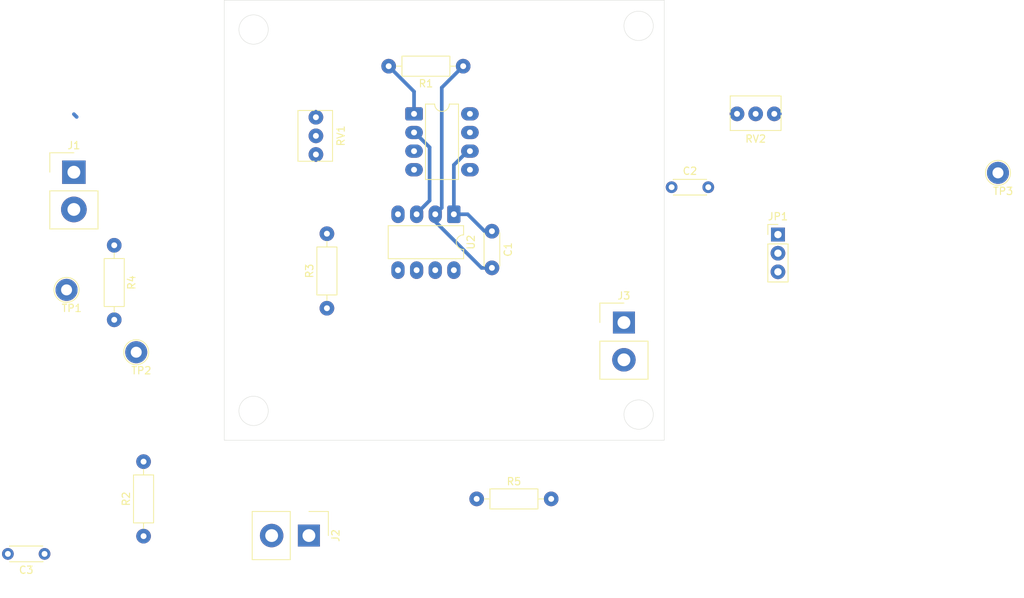
<source format=kicad_pcb>
(kicad_pcb (version 20241229) (generator "pcbnew") (generator_version "9.0")
  (layers (0 "F.Cu" signal) (2 "B.Cu" signal) (13 "F.Paste" user) (15 "B.Paste" user) (5 "F.SilkS" user "F.Silkscreen") (7 "B.SilkS" user "B.Silkscreen") (1 "F.Mask" user) (3 "B.Mask" user) (25 "Edge.Cuts" user))
  (net 0 "")
  (net 1 "Net-(U1B--)")
  (net 2 "GND")
  (net 3 "Net-(R1-Pad2)")
  (net 4 "Net-(U2A--)")
  (net 5 "Vin")
  (net 6 "Net-(U1A-+)")
  (net 7 "Vout")
  (net 8 "Offset")
  (net 9 "DCycle")
  (net 10 "Net-(U2B--)")
  (net 11 "Net-(JP1-C)")
  (net 12 "ExtDCycle")
  (footprint "Connector_Samtec_HPM_THT:Samtec_HPM-02-01-x-S_Straight_1x02_Pitch5.08mm" (layer "F.Cu") (at 61.545 123 -90)
    (property "Reference" "J2" (at 0 -3.65 90) (layer "F.SilkS"))
    (property "Value" "Screw_Terminal_01x02")
    (fp_line (start -3.285 7.73) (end 3.285 7.73) (stroke (width 0.12)) (layer "F.SilkS"))
    (fp_line (start -3.285 2.54) (end -3.285 7.73) (stroke (width 0.12)) (layer "F.SilkS"))
    (fp_line (start -3.285 2.54) (end 3.285 2.54) (stroke (width 0.12)) (layer "F.SilkS"))
    (fp_line (start 3.285 2.54) (end 3.285 7.73) (stroke (width 0.12)) (layer "F.SilkS"))
    (fp_line (start -3.285 0) (end -3.285 -2.65) (stroke (width 0.12)) (layer "F.SilkS"))
    (fp_line (start -3.285 -2.65) (end 0 -2.65) (stroke (width 0.12)) (layer "F.SilkS"))
    (pad "1" thru_hole rect (at 0 0 270) (size 3 3) (drill 1.75) (layers "*.Cu" "*.Mask") (net 7 "Vout"))
    (pad "2" thru_hole circle (at 0 5.08 270) (size 3.2 3.2) (drill 1.75) (layers "*.Cu" "*.Mask") (net 2 "GND"))
  )
  (footprint "Potentiometer_THT:Potentiometer_Bourns_3266Y_Vertical" (layer "F.Cu") (at 62.5 71.04 -90)
    (property "Reference" "RV1" (at -2.54 -3.41 90) (layer "F.SilkS"))
    (property "Value" "R_Potentiometer")
    (fp_line (start -6.005 2.45) (end -6.005 0.217) (stroke (width 0.12)) (layer "F.SilkS"))
    (fp_line (start 0.925 2.45) (end -6.005 2.45) (stroke (width 0.12)) (layer "F.SilkS"))
    (fp_line (start 0.925 0.217) (end 0.925 2.45) (stroke (width 0.12)) (layer "F.SilkS"))
    (fp_line (start -6.005 -0.217) (end -6.005 -2.27) (stroke (width 0.12)) (layer "F.SilkS"))
    (fp_line (start -6.005 -2.27) (end 0.925 -2.27) (stroke (width 0.12)) (layer "F.SilkS"))
    (fp_line (start 0.925 -2.27) (end 0.925 -0.217) (stroke (width 0.12)) (layer "F.SilkS"))
    (pad "1" thru_hole circle (at 0 0 270) (size 2 2) (drill 0.8) (layers "*.Cu" "*.Mask") (net 5 "Vin"))
    (pad "2" thru_hole circle (at -2.54 0 270) (size 2 2) (drill 0.8) (layers "*.Cu" "*.Mask") (net 8 "Offset"))
    (pad "3" thru_hole circle (at -5.08 0 270) (size 2 2) (drill 0.8) (layers "*.Cu" "*.Mask") (net 2 "GND"))
  )
  (footprint "TestPoint:TestPoint_Loop_D2.54mm_Drill1.5mm_Beaded" (layer "F.Cu") (at 155.5 73.545)
    (property "Reference" "TP3" (at 0.7 2.5 0) (layer "F.SilkS"))
    (property "Value" "TestPoint")
    (fp_circle (center 0 0) (end 1.7 0) (stroke (width 0.12)) (fill no) (layer "F.SilkS"))
    (pad "1" thru_hole circle (at 0 0) (size 3 3) (drill 1.5) (layers "*.Cu" "*.Mask") (net 1 "Net-(U1B--)"))
  )
  (footprint "Connector_PinHeader_2.54mm:PinHeader_1x03_P2.54mm_Vertical" (layer "F.Cu") (at 125.5 81.96)
    (property "Reference" "JP1" (at 0 -2.46 0) (layer "F.SilkS"))
    (property "Value" "Jumper_3_Bridged12")
    (fp_line (start -1.38 -1.38) (end 0 -1.38) (stroke (width 0.12)) (layer "F.SilkS"))
    (fp_line (start -1.38 0) (end -1.38 -1.38) (stroke (width 0.12)) (layer "F.SilkS"))
    (fp_line (start -1.38 1.27) (end -1.38 6.46) (stroke (width 0.12)) (layer "F.SilkS"))
    (fp_line (start -1.38 1.27) (end 1.38 1.27) (stroke (width 0.12)) (layer "F.SilkS"))
    (fp_line (start -1.38 6.46) (end 1.38 6.46) (stroke (width 0.12)) (layer "F.SilkS"))
    (fp_line (start 1.38 1.27) (end 1.38 6.46) (stroke (width 0.12)) (layer "F.SilkS"))
    (pad "1" thru_hole rect (at 0 0) (size 1.9 1.9) (drill 1) (layers "*.Cu" "*.Mask") (net 9 "DCycle"))
    (pad "2" thru_hole circle (at 0 2.54) (size 2 2) (drill 1) (layers "*.Cu" "*.Mask") (net 11 "Net-(JP1-C)"))
    (pad "3" thru_hole circle (at 0 5.08) (size 2 2) (drill 1) (layers "*.Cu" "*.Mask") (net 12 "ExtDCycle"))
  )
  (footprint "Resistor_THT:R_Axial_DIN0207_L6.3mm_D2.5mm_P10.16mm_Horizontal" (layer "F.Cu") (at 64 92 90)
    (property "Reference" "R3" (at 5.08 -2.37 90) (layer "F.SilkS"))
    (property "Value" "25k")
    (fp_line (start 9.12 0) (end 8.35 0) (stroke (width 0.12)) (layer "F.SilkS"))
    (fp_line (start 1.04 0) (end 1.81 0) (stroke (width 0.12)) (layer "F.SilkS"))
    (fp_rect (start 1.81 -1.37) (end 8.35 1.37) (stroke (width 0.12)) (fill no) (layer "F.SilkS"))
    (pad "1" thru_hole circle (at 0 0 90) (size 2 2) (drill 0.8) (layers "*.Cu" "*.Mask") (net 6 "Net-(U1A-+)"))
    (pad "2" thru_hole circle (at 10.16 0 90) (size 2 2) (drill 0.8) (layers "*.Cu" "*.Mask") (net 1 "Net-(U1B--)"))
  )
  (footprint "TestPoint:TestPoint_Loop_D2.54mm_Drill1.5mm_Beaded" (layer "F.Cu") (at 38 98)
    (property "Reference" "TP2" (at 0.7 2.5 0) (layer "F.SilkS"))
    (property "Value" "TestPoint")
    (fp_circle (center 0 0) (end 1.7 0) (stroke (width 0.12)) (fill no) (layer "F.SilkS"))
    (pad "1" thru_hole circle (at 0 0) (size 3 3) (drill 1.5) (layers "*.Cu" "*.Mask") (net 2 "GND"))
  )
  (footprint "Resistor_THT:R_Axial_DIN0207_L6.3mm_D2.5mm_P10.16mm_Horizontal" (layer "F.Cu") (at 35 83.42 -90)
    (property "Reference" "R4" (at 5.08 -2.37 90) (layer "F.SilkS"))
    (property "Value" "100k")
    (fp_line (start 1.04 0) (end 1.81 0) (stroke (width 0.12)) (layer "F.SilkS"))
    (fp_line (start 9.12 0) (end 8.35 0) (stroke (width 0.12)) (layer "F.SilkS"))
    (fp_rect (start 1.81 -1.37) (end 8.35 1.37) (stroke (width 0.12)) (fill no) (layer "F.SilkS"))
    (pad "1" thru_hole circle (at 0 0 270) (size 2 2) (drill 0.8) (layers "*.Cu" "*.Mask") (net 3 "Net-(R1-Pad2)"))
    (pad "2" thru_hole circle (at 10.16 0 270) (size 2 2) (drill 0.8) (layers "*.Cu" "*.Mask") (net 6 "Net-(U1A-+)"))
  )
  (footprint "Package_DIP:DIP-8_W7.62mm_LongPads" (layer "F.Cu") (at 75.88 65.5)
    (property "Reference" "U1" (hide yes))
    (property "Value" "LM393")
    (fp_line (start 1.56 -1.33) (end 1.56 8.95) (stroke (width 0.12)) (layer "F.SilkS"))
    (fp_line (start 1.56 8.95) (end 6.06 8.95) (stroke (width 0.12)) (layer "F.SilkS"))
    (fp_line (start 2.81 -1.33) (end 1.56 -1.33) (stroke (width 0.12)) (layer "F.SilkS"))
    (fp_line (start 6.06 -1.33) (end 4.81 -1.33) (stroke (width 0.12)) (layer "F.SilkS"))
    (fp_line (start 6.06 8.95) (end 6.06 -1.33) (stroke (width 0.12)) (layer "F.SilkS"))
    (fp_arc (start 4.81 -1.33) (mid 3.81 -0.33) (end 2.81 -1.33) (stroke (width 0.12)) (layer "F.SilkS"))
    (pad "1" thru_hole roundrect (at 0 0) (size 2.4 1.8) (drill 0.8) (layers "*.Cu" "*.Mask") (roundrect_rratio 0.15625) (net 3 "Net-(R1-Pad2)"))
    (pad "2" thru_hole oval (at 0 2.54) (size 2.4 1.8) (drill 0.8) (layers "*.Cu" "*.Mask") (net 8 "Offset"))
    (pad "3" thru_hole oval (at 0 5.08) (size 2.4 1.8) (drill 0.8) (layers "*.Cu" "*.Mask") (net 6 "Net-(U1A-+)"))
    (pad "4" thru_hole oval (at 0 7.62) (size 2.4 1.8) (drill 0.8) (layers "*.Cu" "*.Mask") (net 5 "Vin"))
    (pad "5" thru_hole oval (at 7.62 7.62) (size 2.4 1.8) (drill 0.8) (layers "*.Cu" "*.Mask") (net 11 "Net-(JP1-C)"))
    (pad "6" thru_hole oval (at 7.62 5.08) (size 2.4 1.8) (drill 0.8) (layers "*.Cu" "*.Mask") (net 1 "Net-(U1B--)"))
    (pad "7" thru_hole oval (at 7.62 2.54) (size 2.4 1.8) (drill 0.8) (layers "*.Cu" "*.Mask") (net 7 "Vout"))
    (pad "8" thru_hole oval (at 7.62 0) (size 2.4 1.8) (drill 0.8) (layers "*.Cu" "*.Mask") (net 2 "GND"))
  )
  (footprint "Package_DIP:DIP-8_W7.62mm_LongPads" (layer "F.Cu") (at 81.31 79.19 -90)
    (property "Reference" "U2" (at 3.81 -2.33 90) (layer "F.SilkS"))
    (property "Value" "TL072" (hide yes))
    (fp_line (start 1.56 8.95) (end 6.06 8.95) (stroke (width 0.12)) (layer "F.SilkS"))
    (fp_line (start 6.06 8.95) (end 6.06 -1.33) (stroke (width 0.12)) (layer "F.SilkS"))
    (fp_line (start 1.56 -1.33) (end 1.56 8.95) (stroke (width 0.12)) (layer "F.SilkS"))
    (fp_line (start 2.81 -1.33) (end 1.56 -1.33) (stroke (width 0.12)) (layer "F.SilkS"))
    (fp_line (start 6.06 -1.33) (end 4.81 -1.33) (stroke (width 0.12)) (layer "F.SilkS"))
    (fp_arc (start 4.81 -1.33) (mid 3.81 -0.33) (end 2.81 -1.33) (stroke (width 0.12)) (layer "F.SilkS"))
    (pad "1" thru_hole roundrect (at 0 0 270) (size 2.4 1.8) (drill 0.8) (layers "*.Cu" "*.Mask") (roundrect_rratio 0.15625) (net 1 "Net-(U1B--)"))
    (pad "2" thru_hole oval (at 0 2.54 270) (size 2.4 1.8) (drill 0.8) (layers "*.Cu" "*.Mask") (net 4 "Net-(U2A--)"))
    (pad "3" thru_hole oval (at 0 5.08 270) (size 2.4 1.8) (drill 0.8) (layers "*.Cu" "*.Mask") (net 8 "Offset"))
    (pad "4" thru_hole oval (at 0 7.62 270) (size 2.4 1.8) (drill 0.8) (layers "*.Cu" "*.Mask") (net 5 "Vin"))
    (pad "5" thru_hole oval (at 7.62 7.62 270) (size 2.4 1.8) (drill 0.8) (layers "*.Cu" "*.Mask") (net 2 "GND"))
    (pad "6" thru_hole oval (at 7.62 5.08 270) (size 2.4 1.8) (drill 0.8) (layers "*.Cu" "*.Mask") (net 10 "Net-(U2B--)"))
    (pad "7" thru_hole oval (at 7.62 2.54 270) (size 2.4 1.8) (drill 0.8) (layers "*.Cu" "*.Mask") (net 10 "Net-(U2B--)"))
    (pad "8" thru_hole oval (at 7.62 0 270) (size 2.4 1.8) (drill 0.8) (layers "*.Cu" "*.Mask") (net 2 "GND"))
  )
  (footprint "Connector_Samtec_HPM_THT:Samtec_HPM-02-01-x-S_Straight_1x02_Pitch5.08mm" (layer "F.Cu") (at 104.5 93.955)
    (property "Reference" "J3" (at 0 -3.65 0) (layer "F.SilkS"))
    (property "Value" "Screw_Terminal_01x02")
    (fp_line (start -3.285 -2.65) (end 0 -2.65) (stroke (width 0.12)) (layer "F.SilkS"))
    (fp_line (start -3.285 0) (end -3.285 -2.65) (stroke (width 0.12)) (layer "F.SilkS"))
    (fp_line (start -3.285 2.54) (end -3.285 7.73) (stroke (width 0.12)) (layer "F.SilkS"))
    (fp_line (start -3.285 2.54) (end 3.285 2.54) (stroke (width 0.12)) (layer "F.SilkS"))
    (fp_line (start -3.285 7.73) (end 3.285 7.73) (stroke (width 0.12)) (layer "F.SilkS"))
    (fp_line (start 3.285 2.54) (end 3.285 7.73) (stroke (width 0.12)) (layer "F.SilkS"))
    (pad "1" thru_hole rect (at 0 0) (size 3 3) (drill 1.75) (layers "*.Cu" "*.Mask") (net 12 "ExtDCycle"))
    (pad "2" thru_hole circle (at 0 5.08) (size 3.2 3.2) (drill 1.75) (layers "*.Cu" "*.Mask") (net 2 "GND"))
  )
  (footprint "Capacitor_THT:C_Disc_D4.3mm_W1.9mm_P5.00mm" (layer "F.Cu") (at 111 75.5)
    (property "Reference" "C2" (at 2.5 -2.2 0) (layer "F.SilkS"))
    (property "Value" "100n")
    (fp_line (start 0.23 -1.07) (end 4.77 -1.07) (stroke (width 0.12)) (layer "F.SilkS"))
    (fp_line (start 0.23 -1.014) (end 0.23 -1.07) (stroke (width 0.12)) (layer "F.SilkS"))
    (fp_line (start 4.77 1.014) (end 4.77 1.07) (stroke (width 0.12)) (layer "F.SilkS"))
    (fp_line (start 4.77 1.07) (end 0.23 1.07) (stroke (width 0.12)) (layer "F.SilkS"))
    (pad "1" thru_hole circle (at 0 0) (size 1.6 1.6) (drill 0.8) (layers "*.Cu" "*.Mask") (net 2 "GND"))
    (pad "2" thru_hole circle (at 5 0) (size 1.6 1.6) (drill 0.8) (layers "*.Cu" "*.Mask") (net 5 "Vin"))
  )
  (footprint "Connector_Samtec_HPM_THT:Samtec_HPM-02-01-x-S_Straight_1x02_Pitch5.08mm" (layer "F.Cu") (at 29.5 73.455)
    (property "Reference" "J1" (at 0 -3.65 0) (layer "F.SilkS"))
    (property "Value" "Screw_Terminal_01x02")
    (fp_line (start -3.285 -2.65) (end 0 -2.65) (stroke (width 0.12)) (layer "F.SilkS"))
    (fp_line (start -3.285 0) (end -3.285 -2.65) (stroke (width 0.12)) (layer "F.SilkS"))
    (fp_line (start -3.285 2.54) (end -3.285 7.73) (stroke (width 0.12)) (layer "F.SilkS"))
    (fp_line (start -3.285 2.54) (end 3.285 2.54) (stroke (width 0.12)) (layer "F.SilkS"))
    (fp_line (start -3.285 7.73) (end 3.285 7.73) (stroke (width 0.12)) (layer "F.SilkS"))
    (fp_line (start 3.285 2.54) (end 3.285 7.73) (stroke (width 0.12)) (layer "F.SilkS"))
    (pad "1" thru_hole rect (at 0 0) (size 3.2 3.2) (drill 1.75) (layers "*.Cu" "*.Mask") (net 5 "Vin"))
    (pad "2" thru_hole circle (at 0 5.08) (size 3.5 3.5) (drill 1.75) (layers "*.Cu" "*.Mask") (net 2 "GND"))
  )
  (footprint "Resistor_THT:R_Axial_DIN0207_L6.3mm_D2.5mm_P10.16mm_Horizontal" (layer "F.Cu") (at 82.58 59 180)
    (property "Reference" "R1" (at 5.08 -2.37 0) (layer "F.SilkS"))
    (property "Value" "300k")
    (fp_line (start 9.12 0) (end 8.35 0) (stroke (width 0.12)) (layer "F.SilkS"))
    (fp_line (start 1.04 0) (end 1.81 0) (stroke (width 0.12)) (layer "F.SilkS"))
    (fp_rect (start 1.81 -1.37) (end 8.35 1.37) (stroke (width 0.12)) (fill no) (layer "F.SilkS"))
    (pad "1" thru_hole circle (at 0 0 180) (size 2 2) (drill 0.8) (layers "*.Cu" "*.Mask") (net 4 "Net-(U2A--)"))
    (pad "2" thru_hole circle (at 10.16 0 180) (size 2 2) (drill 0.8) (layers "*.Cu" "*.Mask") (net 3 "Net-(R1-Pad2)"))
  )
  (footprint "Resistor_THT:R_Axial_DIN0207_L6.3mm_D2.5mm_P10.16mm_Horizontal" (layer "F.Cu") (at 84.42 118)
    (property "Reference" "R5" (at 5.08 -2.37 0) (layer "F.SilkS"))
    (property "Value" "800")
    (fp_line (start 1.04 0) (end 1.81 0) (stroke (width 0.12)) (layer "F.SilkS"))
    (fp_line (start 9.12 0) (end 8.35 0) (stroke (width 0.12)) (layer "F.SilkS"))
    (fp_rect (start 1.81 -1.37) (end 8.35 1.37) (stroke (width 0.12)) (fill no) (layer "F.SilkS"))
    (pad "1" thru_hole circle (at 0 0) (size 2 2) (drill 0.8) (layers "*.Cu" "*.Mask") (net 5 "Vin"))
    (pad "2" thru_hole circle (at 10.16 0) (size 2 2) (drill 0.8) (layers "*.Cu" "*.Mask") (net 7 "Vout"))
  )
  (footprint "TestPoint:TestPoint_Loop_D2.54mm_Drill1.5mm_Beaded" (layer "F.Cu") (at 28.5 89.5)
    (property "Reference" "TP1" (at 0.7 2.5 0) (layer "F.SilkS"))
    (property "Value" "TestPoint")
    (fp_circle (center 0 0) (end 1.7 0) (stroke (width 0.12)) (fill no) (layer "F.SilkS"))
    (pad "1" thru_hole circle (at 0 0) (size 3 3) (drill 1.5) (layers "*.Cu" "*.Mask") (net 3 "Net-(R1-Pad2)"))
  )
  (footprint "Capacitor_THT:C_Disc_D4.3mm_W1.9mm_P5.00mm" (layer "F.Cu") (at 86.5 81.5 -90)
    (property "Reference" "C1" (at 2.5 -2.2 90) (layer "F.SilkS"))
    (property "Value" "10p")
    (fp_line (start 4.77 1.07) (end 0.23 1.07) (stroke (width 0.12)) (layer "F.SilkS"))
    (fp_line (start 4.77 1.014) (end 4.77 1.07) (stroke (width 0.12)) (layer "F.SilkS"))
    (fp_line (start 0.23 -1.014) (end 0.23 -1.07) (stroke (width 0.12)) (layer "F.SilkS"))
    (fp_line (start 0.23 -1.07) (end 4.77 -1.07) (stroke (width 0.12)) (layer "F.SilkS"))
    (pad "1" thru_hole circle (at 0 0 270) (size 2 2) (drill 0.8) (layers "*.Cu" "*.Mask") (net 1 "Net-(U1B--)"))
    (pad "2" thru_hole circle (at 5 0 270) (size 2 2) (drill 0.8) (layers "*.Cu" "*.Mask") (net 4 "Net-(U2A--)"))
  )
  (footprint "Resistor_THT:R_Axial_DIN0207_L6.3mm_D2.5mm_P10.16mm_Horizontal" (layer "F.Cu") (at 39 123.08 90)
    (property "Reference" "R2" (at 5.08 -2.37 90) (layer "F.SilkS"))
    (property "Value" "800")
    (fp_line (start 9.12 0) (end 8.35 0) (stroke (width 0.12)) (layer "F.SilkS"))
    (fp_line (start 1.04 0) (end 1.81 0) (stroke (width 0.12)) (layer "F.SilkS"))
    (fp_rect (start 1.81 -1.37) (end 8.35 1.37) (stroke (width 0.12)) (fill no) (layer "F.SilkS"))
    (pad "1" thru_hole circle (at 0 0 90) (size 2 2) (drill 0.8) (layers "*.Cu" "*.Mask") (net 5 "Vin"))
    (pad "2" thru_hole circle (at 10.16 0 90) (size 2 2) (drill 0.8) (layers "*.Cu" "*.Mask") (net 3 "Net-(R1-Pad2)"))
  )
  (footprint "Capacitor_THT:C_Disc_D4.3mm_W1.9mm_P5.00mm" (layer "F.Cu") (at 25.5 125.5 180)
    (property "Reference" "C3" (at 2.5 -2.2 0) (layer "F.SilkS"))
    (property "Value" "100n")
    (fp_line (start 4.77 1.07) (end 0.23 1.07) (stroke (width 0.12)) (layer "F.SilkS"))
    (fp_line (start 4.77 1.014) (end 4.77 1.07) (stroke (width 0.12)) (layer "F.SilkS"))
    (fp_line (start 0.23 -1.014) (end 0.23 -1.07) (stroke (width 0.12)) (layer "F.SilkS"))
    (fp_line (start 0.23 -1.07) (end 4.77 -1.07) (stroke (width 0.12)) (layer "F.SilkS"))
    (pad "1" thru_hole circle (at 0 0 180) (size 1.6 1.6) (drill 0.8) (layers "*.Cu" "*.Mask") (net 2 "GND"))
    (pad "2" thru_hole circle (at 5 0 180) (size 1.6 1.6) (drill 0.8) (layers "*.Cu" "*.Mask") (net 5 "Vin"))
  )
  (footprint "Potentiometer_THT:Potentiometer_Bourns_3266Y_Vertical" (layer "F.Cu") (at 119.92 65.5 180)
    (property "Reference" "RV2" (at -2.54 -3.41 0) (layer "F.SilkS"))
    (property "Value" "R_Potentiometer")
    (fp_line (start 0.925 2.45) (end -6.005 2.45) (stroke (width 0.12)) (layer "F.SilkS"))
    (fp_line (start 0.925 0.217) (end 0.925 2.45) (stroke (width 0.12)) (layer "F.SilkS"))
    (fp_line (start 0.925 -2.27) (end 0.925 -0.217) (stroke (width 0.12)) (layer "F.SilkS"))
    (fp_line (start -6.005 2.45) (end -6.005 0.217) (stroke (width 0.12)) (layer "F.SilkS"))
    (fp_line (start -6.005 -0.217) (end -6.005 -2.27) (stroke (width 0.12)) (layer "F.SilkS"))
    (fp_line (start -6.005 -2.27) (end 0.925 -2.27) (stroke (width 0.12)) (layer "F.SilkS"))
    (pad "1" thru_hole circle (at 0 0 180) (size 2 2) (drill 0.8) (layers "*.Cu" "*.Mask") (net 5 "Vin"))
    (pad "2" thru_hole circle (at -2.54 0 180) (size 2 2) (drill 0.8) (layers "*.Cu" "*.Mask") (net 9 "DCycle"))
    (pad "3" thru_hole circle (at -5.08 0 180) (size 2 2) (drill 0.8) (layers "*.Cu" "*.Mask") (net 2 "GND"))
  )
  (gr_circle (center 54 106) (end 54 104) (stroke (width 0.05)) (fill no) (layer "Edge.Cuts"))
  (gr_circle (center 54 54) (end 54 52) (stroke (width 0.05)) (fill no) (layer "Edge.Cuts"))
  (gr_line (start 50 110) (end 50 50) (stroke (width 0.05)) (layer "Edge.Cuts"))
  (gr_line (start 110 50) (end 110 110) (stroke (width 0.05)) (layer "Edge.Cuts"))
  (gr_line (start 110 110) (end 50 110) (stroke (width 0.05)) (layer "Edge.Cuts"))
  (gr_line (start 50 50) (end 110 50) (stroke (width 0.05)) (layer "Edge.Cuts"))
  (gr_circle (center 106.5 106.5) (end 106.5 104.5) (stroke (width 0.05)) (fill no) (layer "Edge.Cuts"))
  (gr_circle (center 106.5 53.5) (end 106.5 51.5) (stroke (width 0.05)) (fill no) (layer "Edge.Cuts"))
  (segment (start 85.5 81.5) (end 83.19 79.19) (width 0.5) (layer "B.Cu") (net 1))
  (segment (start 86.5 81.5) (end 85.5 81.5) (width 0.5) (layer "B.Cu") (net 1))
  (segment (start 83.19 79.19) (end 81.31 79.19) (width 0.5) (layer "B.Cu") (net 1))
  (segment (start 81.31 72.47) (end 83.2 70.58) (width 0.5) (layer "B.Cu") (net 1))
  (segment (start 81.31 79.19) (end 81.31 72.47) (width 0.5) (layer "B.Cu") (net 1))
  (segment (start 83.2 70.58) (end 83.5 70.58) (width 0.5) (layer "B.Cu") (net 1))
  (segment (start 75.88 62.46) (end 72.42 59) (width 0.5) (layer "B.Cu") (net 3))
  (segment (start 75.88 65.5) (end 75.88 62.46) (width 0.5) (layer "B.Cu") (net 3))
  (segment (start 85.085787 86.5) (end 78.77 80.184213) (width 0.5) (layer "B.Cu") (net 4))
  (segment (start 79.659 78.301) (end 78.77 79.19) (width 0.5) (layer "B.Cu") (net 4))
  (segment (start 79.659 61.921) (end 79.659 78.301) (width 0.5) (layer "B.Cu") (net 4))
  (segment (start 78.77 80.184213) (end 78.77 79.19) (width 0.5) (layer "B.Cu") (net 4))
  (segment (start 82.58 59) (end 79.659 61.921) (width 0.5) (layer "B.Cu") (net 4))
  (segment (start 86.5 86.5) (end 85.085787 86.5) (width 0.5) (layer "B.Cu") (net 4))
  (segment (start 29.88 65.92) (end 29.5 65.54) (width 0.5) (layer "B.Cu") (net 5))
  (segment (start 78 77.325133) (end 76.23 79.095133) (width 0.5) (layer "B.Cu") (net 8))
  (segment (start 76.23 79.095133) (end 76.23 79.19) (width 0.5) (layer "B.Cu") (net 8))
  (segment (start 75.974867 68.04) (end 78 70.065133) (width 0.5) (layer "B.Cu") (net 8))
  (segment (start 75.88 68.04) (end 75.974867 68.04) (width 0.5) (layer "B.Cu") (net 8))
  (segment (start 78 70.065133) (end 78 77.325133) (width 0.5) (layer "B.Cu") (net 8))
)
</source>
